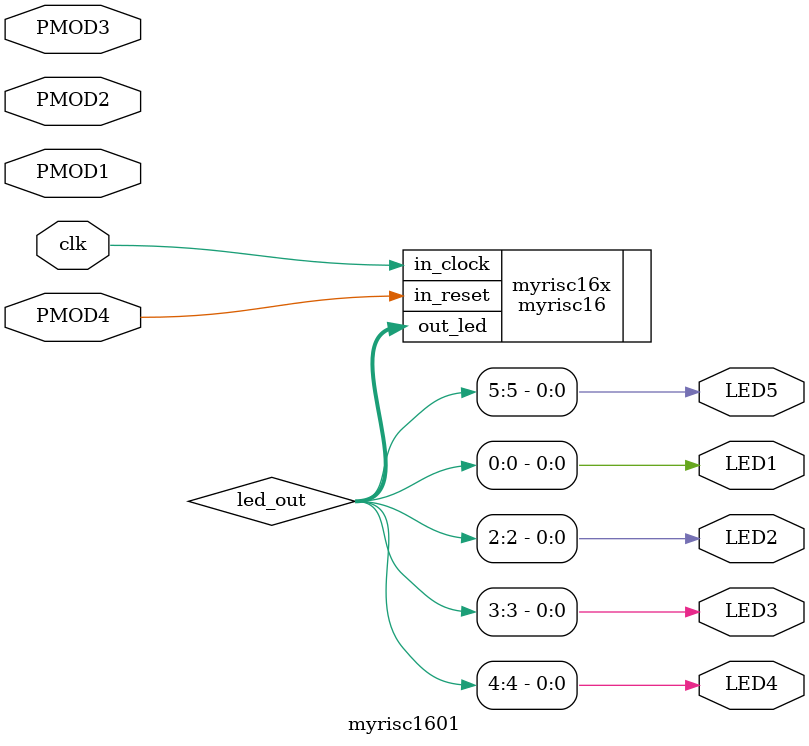
<source format=v>

module myrisc1601
(
    clk,

    PMOD4,
    PMOD3,
    PMOD2,
    PMOD1,

    LED5,
    LED4,
    LED3,
    LED2,
    LED1
);

    input clk;

    input PMOD4;
    input PMOD3;
    input PMOD2;
    input PMOD1;

    output LED5;
    output LED4;
    output LED3;
    output LED2;
    output LED1;

    reg LED5;
    reg LED4;
    reg LED3;
    reg LED2;
    reg LED1;

    reg [7:0]led_out;

    always @*
    begin
        LED1 = led_out[0];
        LED2 = led_out[2];
        LED3 = led_out[3];
        LED4 = led_out[4];
        LED5 = led_out[5];
    end

    myrisc16 myrisc16x
    (
        .in_clock(clk),
        .in_reset(PMOD4),
        .out_led(led_out)
    );


endmodule // blinker01

</source>
